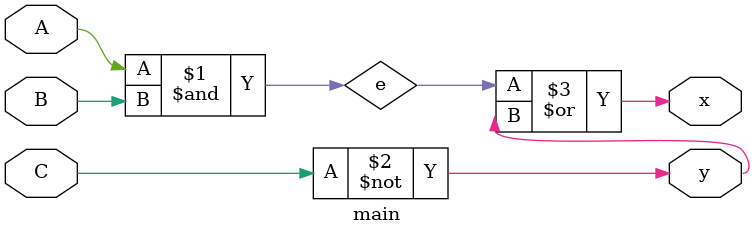
<source format=v>
`timescale 1ns / 1ps


module main(
    input wire A,
    input wire B,
    input wire C,
    output wire x,
    output wire y
    );
    wire e;
    assign e = A & B;
    assign y = ~ C;
    assign x = e | y;
    
    
endmodule

</source>
